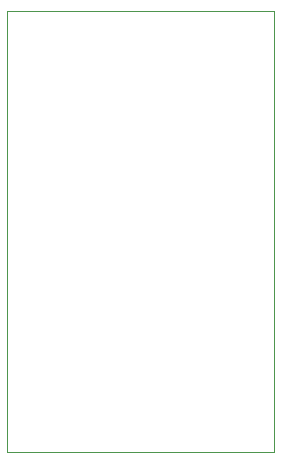
<source format=gm1>
G04*
G04 #@! TF.GenerationSoftware,Altium Limited,Altium Designer,21.0.9 (235)*
G04*
G04 Layer_Color=16711935*
%FSLAX25Y25*%
%MOIN*%
G70*
G04*
G04 #@! TF.SameCoordinates,E712B7E2-4447-4AEC-BC64-13D1A33EA5FB*
G04*
G04*
G04 #@! TF.FilePolarity,Positive*
G04*
G01*
G75*
%ADD27C,0.00394*%
D27*
X-0Y147000D02*
X0Y0D01*
X89000D01*
X89000Y147000D02*
X89000Y0D01*
X-0Y147000D02*
X89000D01*
M02*

</source>
